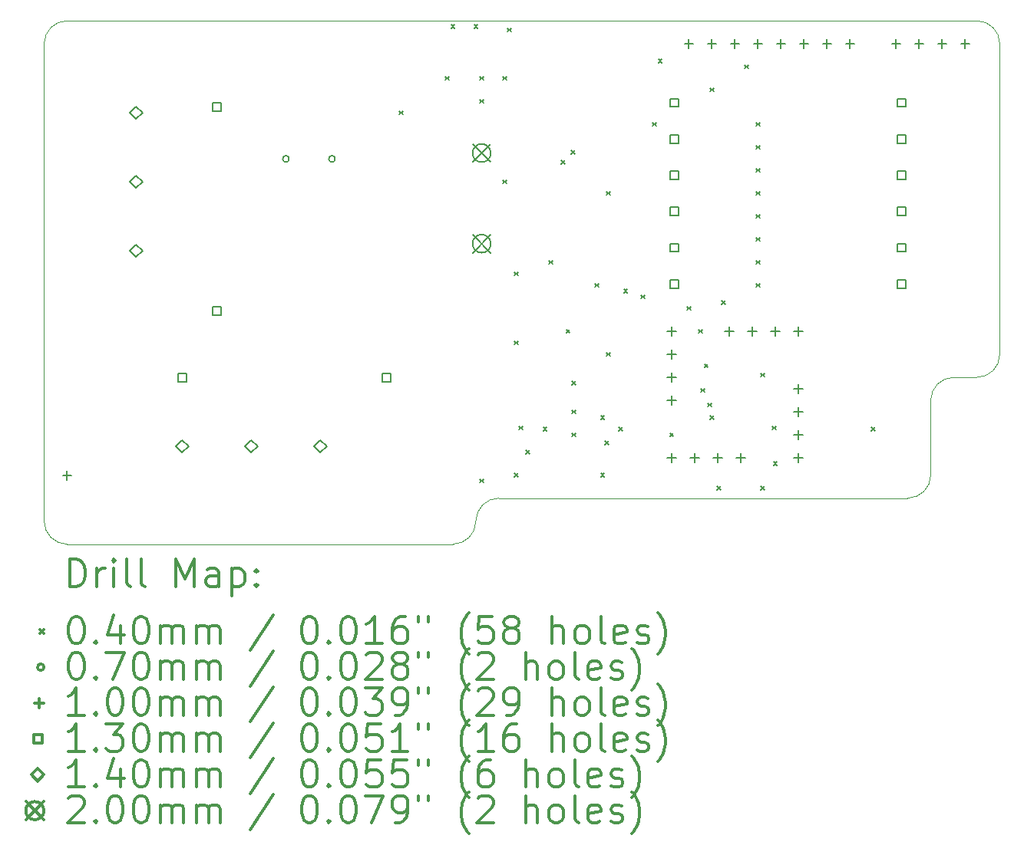
<source format=gbr>
%FSLAX45Y45*%
G04 Gerber Fmt 4.5, Leading zero omitted, Abs format (unit mm)*
G04 Created by KiCad (PCBNEW 5.1.5) date 2020-04-03 19:56:20*
%MOMM*%
%LPD*%
G04 APERTURE LIST*
%TA.AperFunction,Profile*%
%ADD10C,0.050000*%
%TD*%
%ADD11C,0.200000*%
%ADD12C,0.300000*%
G04 APERTURE END LIST*
D10*
X1778000Y-10350500D02*
X1778000Y-5080000D01*
X6286500Y-10604500D02*
X2032000Y-10604500D01*
X11303000Y-10096500D02*
X6794500Y-10096500D01*
X11557000Y-9017000D02*
X11557000Y-9842500D01*
X12065000Y-8763000D02*
X11811000Y-8763000D01*
X12319000Y-5080000D02*
X12319000Y-8509000D01*
X2032000Y-4826000D02*
X12065000Y-4826000D01*
X1778000Y-5080000D02*
G75*
G02X2032000Y-4826000I254000J0D01*
G01*
X2032000Y-10604500D02*
G75*
G02X1778000Y-10350500I0J254000D01*
G01*
X6540500Y-10350500D02*
G75*
G02X6286500Y-10604500I-254000J0D01*
G01*
X6540500Y-10350500D02*
G75*
G02X6794500Y-10096500I254000J0D01*
G01*
X11557000Y-9842500D02*
G75*
G02X11303000Y-10096500I-254000J0D01*
G01*
X11557000Y-9017000D02*
G75*
G02X11811000Y-8763000I254000J0D01*
G01*
X12319000Y-8509000D02*
G75*
G02X12065000Y-8763000I-254000J0D01*
G01*
X12065000Y-4826000D02*
G75*
G02X12319000Y-5080000I0J-254000D01*
G01*
D11*
X5695000Y-5822000D02*
X5735000Y-5862000D01*
X5735000Y-5822000D02*
X5695000Y-5862000D01*
X6203000Y-5441000D02*
X6243000Y-5481000D01*
X6243000Y-5441000D02*
X6203000Y-5481000D01*
X6266500Y-4869500D02*
X6306500Y-4909500D01*
X6306500Y-4869500D02*
X6266500Y-4909500D01*
X6520500Y-4869500D02*
X6560500Y-4909500D01*
X6560500Y-4869500D02*
X6520500Y-4909500D01*
X6584000Y-5441000D02*
X6624000Y-5481000D01*
X6624000Y-5441000D02*
X6584000Y-5481000D01*
X6584000Y-5695000D02*
X6624000Y-5735000D01*
X6624000Y-5695000D02*
X6584000Y-5735000D01*
X6584000Y-9886000D02*
X6624000Y-9926000D01*
X6624000Y-9886000D02*
X6584000Y-9926000D01*
X6838000Y-5441000D02*
X6878000Y-5481000D01*
X6878000Y-5441000D02*
X6838000Y-5481000D01*
X6838000Y-6584000D02*
X6878000Y-6624000D01*
X6878000Y-6584000D02*
X6838000Y-6624000D01*
X6888800Y-4907600D02*
X6928800Y-4947600D01*
X6928800Y-4907600D02*
X6888800Y-4947600D01*
X6965000Y-7600000D02*
X7005000Y-7640000D01*
X7005000Y-7600000D02*
X6965000Y-7640000D01*
X6965000Y-8362000D02*
X7005000Y-8402000D01*
X7005000Y-8362000D02*
X6965000Y-8402000D01*
X6965000Y-9822500D02*
X7005000Y-9862500D01*
X7005000Y-9822500D02*
X6965000Y-9862500D01*
X7015800Y-9301800D02*
X7055800Y-9341800D01*
X7055800Y-9301800D02*
X7015800Y-9341800D01*
X7092000Y-9568500D02*
X7132000Y-9608500D01*
X7132000Y-9568500D02*
X7092000Y-9608500D01*
X7282500Y-9314500D02*
X7322500Y-9354500D01*
X7322500Y-9314500D02*
X7282500Y-9354500D01*
X7346000Y-7473000D02*
X7386000Y-7513000D01*
X7386000Y-7473000D02*
X7346000Y-7513000D01*
X7484050Y-6366450D02*
X7524050Y-6406450D01*
X7524050Y-6366450D02*
X7484050Y-6406450D01*
X7536500Y-8235000D02*
X7576500Y-8275000D01*
X7576500Y-8235000D02*
X7536500Y-8275000D01*
X7592000Y-6258500D02*
X7632000Y-6298500D01*
X7632000Y-6258500D02*
X7592000Y-6298500D01*
X7600000Y-8806500D02*
X7640000Y-8846500D01*
X7640000Y-8806500D02*
X7600000Y-8846500D01*
X7600000Y-9124000D02*
X7640000Y-9164000D01*
X7640000Y-9124000D02*
X7600000Y-9164000D01*
X7600000Y-9378000D02*
X7640000Y-9418000D01*
X7640000Y-9378000D02*
X7600000Y-9418000D01*
X7854000Y-7727000D02*
X7894000Y-7767000D01*
X7894000Y-7727000D02*
X7854000Y-7767000D01*
X7917500Y-9187500D02*
X7957500Y-9227500D01*
X7957500Y-9187500D02*
X7917500Y-9227500D01*
X7917500Y-9822500D02*
X7957500Y-9862500D01*
X7957500Y-9822500D02*
X7917500Y-9862500D01*
X7965500Y-9463000D02*
X8005500Y-9503000D01*
X8005500Y-9463000D02*
X7965500Y-9503000D01*
X7981000Y-6711000D02*
X8021000Y-6751000D01*
X8021000Y-6711000D02*
X7981000Y-6751000D01*
X7981000Y-8489000D02*
X8021000Y-8529000D01*
X8021000Y-8489000D02*
X7981000Y-8529000D01*
X8114000Y-9314500D02*
X8154000Y-9354500D01*
X8154000Y-9314500D02*
X8114000Y-9354500D01*
X8171500Y-7790500D02*
X8211500Y-7830500D01*
X8211500Y-7790500D02*
X8171500Y-7830500D01*
X8362000Y-7854000D02*
X8402000Y-7894000D01*
X8402000Y-7854000D02*
X8362000Y-7894000D01*
X8489000Y-5949000D02*
X8529000Y-5989000D01*
X8529000Y-5949000D02*
X8489000Y-5989000D01*
X8552500Y-5250500D02*
X8592500Y-5290500D01*
X8592500Y-5250500D02*
X8552500Y-5290500D01*
X8679500Y-9378000D02*
X8719500Y-9418000D01*
X8719500Y-9378000D02*
X8679500Y-9418000D01*
X8870000Y-7981000D02*
X8910000Y-8021000D01*
X8910000Y-7981000D02*
X8870000Y-8021000D01*
X8997000Y-8235000D02*
X9037000Y-8275000D01*
X9037000Y-8235000D02*
X8997000Y-8275000D01*
X9022400Y-8886000D02*
X9062400Y-8926000D01*
X9062400Y-8886000D02*
X9022400Y-8926000D01*
X9060500Y-8616000D02*
X9100500Y-8656000D01*
X9100500Y-8616000D02*
X9060500Y-8656000D01*
X9098600Y-9047800D02*
X9138600Y-9087800D01*
X9138600Y-9047800D02*
X9098600Y-9087800D01*
X9124000Y-5568000D02*
X9164000Y-5608000D01*
X9164000Y-5568000D02*
X9124000Y-5608000D01*
X9124000Y-9187500D02*
X9164000Y-9227500D01*
X9164000Y-9187500D02*
X9124000Y-9227500D01*
X9200200Y-9967500D02*
X9240200Y-10007500D01*
X9240200Y-9967500D02*
X9200200Y-10007500D01*
X9251000Y-7917500D02*
X9291000Y-7957500D01*
X9291000Y-7917500D02*
X9251000Y-7957500D01*
X9505000Y-5314000D02*
X9545000Y-5354000D01*
X9545000Y-5314000D02*
X9505000Y-5354000D01*
X9632000Y-5949000D02*
X9672000Y-5989000D01*
X9672000Y-5949000D02*
X9632000Y-5989000D01*
X9632000Y-6203000D02*
X9672000Y-6243000D01*
X9672000Y-6203000D02*
X9632000Y-6243000D01*
X9632000Y-6457000D02*
X9672000Y-6497000D01*
X9672000Y-6457000D02*
X9632000Y-6497000D01*
X9632000Y-6711000D02*
X9672000Y-6751000D01*
X9672000Y-6711000D02*
X9632000Y-6751000D01*
X9632000Y-6965000D02*
X9672000Y-7005000D01*
X9672000Y-6965000D02*
X9632000Y-7005000D01*
X9632000Y-7219000D02*
X9672000Y-7259000D01*
X9672000Y-7219000D02*
X9632000Y-7259000D01*
X9632000Y-7473000D02*
X9672000Y-7513000D01*
X9672000Y-7473000D02*
X9632000Y-7513000D01*
X9632000Y-7727000D02*
X9672000Y-7767000D01*
X9672000Y-7727000D02*
X9632000Y-7767000D01*
X9682800Y-8717600D02*
X9722800Y-8757600D01*
X9722800Y-8717600D02*
X9682800Y-8757600D01*
X9682800Y-9967500D02*
X9722800Y-10007500D01*
X9722800Y-9967500D02*
X9682800Y-10007500D01*
X9809800Y-9301800D02*
X9849800Y-9341800D01*
X9849800Y-9301800D02*
X9809800Y-9341800D01*
X9822500Y-9695500D02*
X9862500Y-9735500D01*
X9862500Y-9695500D02*
X9822500Y-9735500D01*
X10902000Y-9314500D02*
X10942000Y-9354500D01*
X10942000Y-9314500D02*
X10902000Y-9354500D01*
X4480000Y-6350000D02*
G75*
G03X4480000Y-6350000I-35000J0D01*
G01*
X4988000Y-6350000D02*
G75*
G03X4988000Y-6350000I-35000J0D01*
G01*
X8699500Y-8205000D02*
X8699500Y-8305000D01*
X8649500Y-8255000D02*
X8749500Y-8255000D01*
X8699500Y-8459000D02*
X8699500Y-8559000D01*
X8649500Y-8509000D02*
X8749500Y-8509000D01*
X8699500Y-8713000D02*
X8699500Y-8813000D01*
X8649500Y-8763000D02*
X8749500Y-8763000D01*
X8699500Y-8967000D02*
X8699500Y-9067000D01*
X8649500Y-9017000D02*
X8749500Y-9017000D01*
X9334500Y-8205000D02*
X9334500Y-8305000D01*
X9284500Y-8255000D02*
X9384500Y-8255000D01*
X9588500Y-8205000D02*
X9588500Y-8305000D01*
X9538500Y-8255000D02*
X9638500Y-8255000D01*
X9842500Y-8205000D02*
X9842500Y-8305000D01*
X9792500Y-8255000D02*
X9892500Y-8255000D01*
X10096500Y-8205000D02*
X10096500Y-8305000D01*
X10046500Y-8255000D02*
X10146500Y-8255000D01*
X8890000Y-5030000D02*
X8890000Y-5130000D01*
X8840000Y-5080000D02*
X8940000Y-5080000D01*
X9144000Y-5030000D02*
X9144000Y-5130000D01*
X9094000Y-5080000D02*
X9194000Y-5080000D01*
X9398000Y-5030000D02*
X9398000Y-5130000D01*
X9348000Y-5080000D02*
X9448000Y-5080000D01*
X9652000Y-5030000D02*
X9652000Y-5130000D01*
X9602000Y-5080000D02*
X9702000Y-5080000D01*
X9906000Y-5030000D02*
X9906000Y-5130000D01*
X9856000Y-5080000D02*
X9956000Y-5080000D01*
X10160000Y-5030000D02*
X10160000Y-5130000D01*
X10110000Y-5080000D02*
X10210000Y-5080000D01*
X10414000Y-5030000D02*
X10414000Y-5130000D01*
X10364000Y-5080000D02*
X10464000Y-5080000D01*
X10668000Y-5030000D02*
X10668000Y-5130000D01*
X10618000Y-5080000D02*
X10718000Y-5080000D01*
X8699500Y-9602000D02*
X8699500Y-9702000D01*
X8649500Y-9652000D02*
X8749500Y-9652000D01*
X8953500Y-9602000D02*
X8953500Y-9702000D01*
X8903500Y-9652000D02*
X9003500Y-9652000D01*
X9207500Y-9602000D02*
X9207500Y-9702000D01*
X9157500Y-9652000D02*
X9257500Y-9652000D01*
X9461500Y-9602000D02*
X9461500Y-9702000D01*
X9411500Y-9652000D02*
X9511500Y-9652000D01*
X10096500Y-8840000D02*
X10096500Y-8940000D01*
X10046500Y-8890000D02*
X10146500Y-8890000D01*
X10096500Y-9094000D02*
X10096500Y-9194000D01*
X10046500Y-9144000D02*
X10146500Y-9144000D01*
X10096500Y-9348000D02*
X10096500Y-9448000D01*
X10046500Y-9398000D02*
X10146500Y-9398000D01*
X10096500Y-9602000D02*
X10096500Y-9702000D01*
X10046500Y-9652000D02*
X10146500Y-9652000D01*
X11176000Y-5030000D02*
X11176000Y-5130000D01*
X11126000Y-5080000D02*
X11226000Y-5080000D01*
X11430000Y-5030000D02*
X11430000Y-5130000D01*
X11380000Y-5080000D02*
X11480000Y-5080000D01*
X11684000Y-5030000D02*
X11684000Y-5130000D01*
X11634000Y-5080000D02*
X11734000Y-5080000D01*
X11938000Y-5030000D02*
X11938000Y-5130000D01*
X11888000Y-5080000D02*
X11988000Y-5080000D01*
X2032000Y-9792500D02*
X2032000Y-9892500D01*
X1982000Y-9842500D02*
X2082000Y-9842500D01*
X3347962Y-8808962D02*
X3347962Y-8717038D01*
X3256038Y-8717038D01*
X3256038Y-8808962D01*
X3347962Y-8808962D01*
X5597962Y-8808962D02*
X5597962Y-8717038D01*
X5506038Y-8717038D01*
X5506038Y-8808962D01*
X5597962Y-8808962D01*
X8778962Y-5776962D02*
X8778962Y-5685038D01*
X8687038Y-5685038D01*
X8687038Y-5776962D01*
X8778962Y-5776962D01*
X8778962Y-6176962D02*
X8778962Y-6085038D01*
X8687038Y-6085038D01*
X8687038Y-6176962D01*
X8778962Y-6176962D01*
X8778962Y-6576962D02*
X8778962Y-6485038D01*
X8687038Y-6485038D01*
X8687038Y-6576962D01*
X8778962Y-6576962D01*
X8778962Y-6976962D02*
X8778962Y-6885038D01*
X8687038Y-6885038D01*
X8687038Y-6976962D01*
X8778962Y-6976962D01*
X8778962Y-7376962D02*
X8778962Y-7285038D01*
X8687038Y-7285038D01*
X8687038Y-7376962D01*
X8778962Y-7376962D01*
X8778962Y-7776962D02*
X8778962Y-7685038D01*
X8687038Y-7685038D01*
X8687038Y-7776962D01*
X8778962Y-7776962D01*
X11278962Y-5776962D02*
X11278962Y-5685038D01*
X11187038Y-5685038D01*
X11187038Y-5776962D01*
X11278962Y-5776962D01*
X11278962Y-6176962D02*
X11278962Y-6085038D01*
X11187038Y-6085038D01*
X11187038Y-6176962D01*
X11278962Y-6176962D01*
X11278962Y-6576962D02*
X11278962Y-6485038D01*
X11187038Y-6485038D01*
X11187038Y-6576962D01*
X11278962Y-6576962D01*
X11278962Y-6976962D02*
X11278962Y-6885038D01*
X11187038Y-6885038D01*
X11187038Y-6976962D01*
X11278962Y-6976962D01*
X11278962Y-7376962D02*
X11278962Y-7285038D01*
X11187038Y-7285038D01*
X11187038Y-7376962D01*
X11278962Y-7376962D01*
X11278962Y-7776962D02*
X11278962Y-7685038D01*
X11187038Y-7685038D01*
X11187038Y-7776962D01*
X11278962Y-7776962D01*
X3728962Y-5824462D02*
X3728962Y-5732538D01*
X3637038Y-5732538D01*
X3637038Y-5824462D01*
X3728962Y-5824462D01*
X3728962Y-8074462D02*
X3728962Y-7982538D01*
X3637038Y-7982538D01*
X3637038Y-8074462D01*
X3728962Y-8074462D01*
X2794000Y-5912000D02*
X2864000Y-5842000D01*
X2794000Y-5772000D01*
X2724000Y-5842000D01*
X2794000Y-5912000D01*
X2794000Y-6674000D02*
X2864000Y-6604000D01*
X2794000Y-6534000D01*
X2724000Y-6604000D01*
X2794000Y-6674000D01*
X2794000Y-7436000D02*
X2864000Y-7366000D01*
X2794000Y-7296000D01*
X2724000Y-7366000D01*
X2794000Y-7436000D01*
X3302000Y-9595000D02*
X3372000Y-9525000D01*
X3302000Y-9455000D01*
X3232000Y-9525000D01*
X3302000Y-9595000D01*
X4064000Y-9595000D02*
X4134000Y-9525000D01*
X4064000Y-9455000D01*
X3994000Y-9525000D01*
X4064000Y-9595000D01*
X4826000Y-9595000D02*
X4896000Y-9525000D01*
X4826000Y-9455000D01*
X4756000Y-9525000D01*
X4826000Y-9595000D01*
X6504000Y-6186500D02*
X6704000Y-6386500D01*
X6704000Y-6186500D02*
X6504000Y-6386500D01*
X6704000Y-6286500D02*
G75*
G03X6704000Y-6286500I-100000J0D01*
G01*
X6504000Y-7186500D02*
X6704000Y-7386500D01*
X6704000Y-7186500D02*
X6504000Y-7386500D01*
X6704000Y-7286500D02*
G75*
G03X6704000Y-7286500I-100000J0D01*
G01*
D12*
X2061928Y-11072714D02*
X2061928Y-10772714D01*
X2133357Y-10772714D01*
X2176214Y-10787000D01*
X2204786Y-10815572D01*
X2219071Y-10844143D01*
X2233357Y-10901286D01*
X2233357Y-10944143D01*
X2219071Y-11001286D01*
X2204786Y-11029857D01*
X2176214Y-11058429D01*
X2133357Y-11072714D01*
X2061928Y-11072714D01*
X2361928Y-11072714D02*
X2361928Y-10872714D01*
X2361928Y-10929857D02*
X2376214Y-10901286D01*
X2390500Y-10887000D01*
X2419071Y-10872714D01*
X2447643Y-10872714D01*
X2547643Y-11072714D02*
X2547643Y-10872714D01*
X2547643Y-10772714D02*
X2533357Y-10787000D01*
X2547643Y-10801286D01*
X2561928Y-10787000D01*
X2547643Y-10772714D01*
X2547643Y-10801286D01*
X2733357Y-11072714D02*
X2704786Y-11058429D01*
X2690500Y-11029857D01*
X2690500Y-10772714D01*
X2890500Y-11072714D02*
X2861928Y-11058429D01*
X2847643Y-11029857D01*
X2847643Y-10772714D01*
X3233357Y-11072714D02*
X3233357Y-10772714D01*
X3333357Y-10987000D01*
X3433357Y-10772714D01*
X3433357Y-11072714D01*
X3704786Y-11072714D02*
X3704786Y-10915572D01*
X3690500Y-10887000D01*
X3661928Y-10872714D01*
X3604786Y-10872714D01*
X3576214Y-10887000D01*
X3704786Y-11058429D02*
X3676214Y-11072714D01*
X3604786Y-11072714D01*
X3576214Y-11058429D01*
X3561928Y-11029857D01*
X3561928Y-11001286D01*
X3576214Y-10972714D01*
X3604786Y-10958429D01*
X3676214Y-10958429D01*
X3704786Y-10944143D01*
X3847643Y-10872714D02*
X3847643Y-11172714D01*
X3847643Y-10887000D02*
X3876214Y-10872714D01*
X3933357Y-10872714D01*
X3961928Y-10887000D01*
X3976214Y-10901286D01*
X3990500Y-10929857D01*
X3990500Y-11015572D01*
X3976214Y-11044143D01*
X3961928Y-11058429D01*
X3933357Y-11072714D01*
X3876214Y-11072714D01*
X3847643Y-11058429D01*
X4119071Y-11044143D02*
X4133357Y-11058429D01*
X4119071Y-11072714D01*
X4104786Y-11058429D01*
X4119071Y-11044143D01*
X4119071Y-11072714D01*
X4119071Y-10887000D02*
X4133357Y-10901286D01*
X4119071Y-10915572D01*
X4104786Y-10901286D01*
X4119071Y-10887000D01*
X4119071Y-10915572D01*
X1735500Y-11547000D02*
X1775500Y-11587000D01*
X1775500Y-11547000D02*
X1735500Y-11587000D01*
X2119071Y-11402714D02*
X2147643Y-11402714D01*
X2176214Y-11417000D01*
X2190500Y-11431286D01*
X2204786Y-11459857D01*
X2219071Y-11517000D01*
X2219071Y-11588429D01*
X2204786Y-11645571D01*
X2190500Y-11674143D01*
X2176214Y-11688429D01*
X2147643Y-11702714D01*
X2119071Y-11702714D01*
X2090500Y-11688429D01*
X2076214Y-11674143D01*
X2061928Y-11645571D01*
X2047643Y-11588429D01*
X2047643Y-11517000D01*
X2061928Y-11459857D01*
X2076214Y-11431286D01*
X2090500Y-11417000D01*
X2119071Y-11402714D01*
X2347643Y-11674143D02*
X2361928Y-11688429D01*
X2347643Y-11702714D01*
X2333357Y-11688429D01*
X2347643Y-11674143D01*
X2347643Y-11702714D01*
X2619071Y-11502714D02*
X2619071Y-11702714D01*
X2547643Y-11388429D02*
X2476214Y-11602714D01*
X2661928Y-11602714D01*
X2833357Y-11402714D02*
X2861928Y-11402714D01*
X2890500Y-11417000D01*
X2904786Y-11431286D01*
X2919071Y-11459857D01*
X2933357Y-11517000D01*
X2933357Y-11588429D01*
X2919071Y-11645571D01*
X2904786Y-11674143D01*
X2890500Y-11688429D01*
X2861928Y-11702714D01*
X2833357Y-11702714D01*
X2804786Y-11688429D01*
X2790500Y-11674143D01*
X2776214Y-11645571D01*
X2761928Y-11588429D01*
X2761928Y-11517000D01*
X2776214Y-11459857D01*
X2790500Y-11431286D01*
X2804786Y-11417000D01*
X2833357Y-11402714D01*
X3061928Y-11702714D02*
X3061928Y-11502714D01*
X3061928Y-11531286D02*
X3076214Y-11517000D01*
X3104786Y-11502714D01*
X3147643Y-11502714D01*
X3176214Y-11517000D01*
X3190500Y-11545571D01*
X3190500Y-11702714D01*
X3190500Y-11545571D02*
X3204786Y-11517000D01*
X3233357Y-11502714D01*
X3276214Y-11502714D01*
X3304786Y-11517000D01*
X3319071Y-11545571D01*
X3319071Y-11702714D01*
X3461928Y-11702714D02*
X3461928Y-11502714D01*
X3461928Y-11531286D02*
X3476214Y-11517000D01*
X3504786Y-11502714D01*
X3547643Y-11502714D01*
X3576214Y-11517000D01*
X3590500Y-11545571D01*
X3590500Y-11702714D01*
X3590500Y-11545571D02*
X3604786Y-11517000D01*
X3633357Y-11502714D01*
X3676214Y-11502714D01*
X3704786Y-11517000D01*
X3719071Y-11545571D01*
X3719071Y-11702714D01*
X4304786Y-11388429D02*
X4047643Y-11774143D01*
X4690500Y-11402714D02*
X4719071Y-11402714D01*
X4747643Y-11417000D01*
X4761928Y-11431286D01*
X4776214Y-11459857D01*
X4790500Y-11517000D01*
X4790500Y-11588429D01*
X4776214Y-11645571D01*
X4761928Y-11674143D01*
X4747643Y-11688429D01*
X4719071Y-11702714D01*
X4690500Y-11702714D01*
X4661928Y-11688429D01*
X4647643Y-11674143D01*
X4633357Y-11645571D01*
X4619071Y-11588429D01*
X4619071Y-11517000D01*
X4633357Y-11459857D01*
X4647643Y-11431286D01*
X4661928Y-11417000D01*
X4690500Y-11402714D01*
X4919071Y-11674143D02*
X4933357Y-11688429D01*
X4919071Y-11702714D01*
X4904786Y-11688429D01*
X4919071Y-11674143D01*
X4919071Y-11702714D01*
X5119071Y-11402714D02*
X5147643Y-11402714D01*
X5176214Y-11417000D01*
X5190500Y-11431286D01*
X5204786Y-11459857D01*
X5219071Y-11517000D01*
X5219071Y-11588429D01*
X5204786Y-11645571D01*
X5190500Y-11674143D01*
X5176214Y-11688429D01*
X5147643Y-11702714D01*
X5119071Y-11702714D01*
X5090500Y-11688429D01*
X5076214Y-11674143D01*
X5061928Y-11645571D01*
X5047643Y-11588429D01*
X5047643Y-11517000D01*
X5061928Y-11459857D01*
X5076214Y-11431286D01*
X5090500Y-11417000D01*
X5119071Y-11402714D01*
X5504786Y-11702714D02*
X5333357Y-11702714D01*
X5419071Y-11702714D02*
X5419071Y-11402714D01*
X5390500Y-11445571D01*
X5361928Y-11474143D01*
X5333357Y-11488429D01*
X5761928Y-11402714D02*
X5704786Y-11402714D01*
X5676214Y-11417000D01*
X5661928Y-11431286D01*
X5633357Y-11474143D01*
X5619071Y-11531286D01*
X5619071Y-11645571D01*
X5633357Y-11674143D01*
X5647643Y-11688429D01*
X5676214Y-11702714D01*
X5733357Y-11702714D01*
X5761928Y-11688429D01*
X5776214Y-11674143D01*
X5790500Y-11645571D01*
X5790500Y-11574143D01*
X5776214Y-11545571D01*
X5761928Y-11531286D01*
X5733357Y-11517000D01*
X5676214Y-11517000D01*
X5647643Y-11531286D01*
X5633357Y-11545571D01*
X5619071Y-11574143D01*
X5904786Y-11402714D02*
X5904786Y-11459857D01*
X6019071Y-11402714D02*
X6019071Y-11459857D01*
X6461928Y-11817000D02*
X6447643Y-11802714D01*
X6419071Y-11759857D01*
X6404786Y-11731286D01*
X6390500Y-11688429D01*
X6376214Y-11617000D01*
X6376214Y-11559857D01*
X6390500Y-11488429D01*
X6404786Y-11445571D01*
X6419071Y-11417000D01*
X6447643Y-11374143D01*
X6461928Y-11359857D01*
X6719071Y-11402714D02*
X6576214Y-11402714D01*
X6561928Y-11545571D01*
X6576214Y-11531286D01*
X6604786Y-11517000D01*
X6676214Y-11517000D01*
X6704786Y-11531286D01*
X6719071Y-11545571D01*
X6733357Y-11574143D01*
X6733357Y-11645571D01*
X6719071Y-11674143D01*
X6704786Y-11688429D01*
X6676214Y-11702714D01*
X6604786Y-11702714D01*
X6576214Y-11688429D01*
X6561928Y-11674143D01*
X6904786Y-11531286D02*
X6876214Y-11517000D01*
X6861928Y-11502714D01*
X6847643Y-11474143D01*
X6847643Y-11459857D01*
X6861928Y-11431286D01*
X6876214Y-11417000D01*
X6904786Y-11402714D01*
X6961928Y-11402714D01*
X6990500Y-11417000D01*
X7004786Y-11431286D01*
X7019071Y-11459857D01*
X7019071Y-11474143D01*
X7004786Y-11502714D01*
X6990500Y-11517000D01*
X6961928Y-11531286D01*
X6904786Y-11531286D01*
X6876214Y-11545571D01*
X6861928Y-11559857D01*
X6847643Y-11588429D01*
X6847643Y-11645571D01*
X6861928Y-11674143D01*
X6876214Y-11688429D01*
X6904786Y-11702714D01*
X6961928Y-11702714D01*
X6990500Y-11688429D01*
X7004786Y-11674143D01*
X7019071Y-11645571D01*
X7019071Y-11588429D01*
X7004786Y-11559857D01*
X6990500Y-11545571D01*
X6961928Y-11531286D01*
X7376214Y-11702714D02*
X7376214Y-11402714D01*
X7504786Y-11702714D02*
X7504786Y-11545571D01*
X7490500Y-11517000D01*
X7461928Y-11502714D01*
X7419071Y-11502714D01*
X7390500Y-11517000D01*
X7376214Y-11531286D01*
X7690500Y-11702714D02*
X7661928Y-11688429D01*
X7647643Y-11674143D01*
X7633357Y-11645571D01*
X7633357Y-11559857D01*
X7647643Y-11531286D01*
X7661928Y-11517000D01*
X7690500Y-11502714D01*
X7733357Y-11502714D01*
X7761928Y-11517000D01*
X7776214Y-11531286D01*
X7790500Y-11559857D01*
X7790500Y-11645571D01*
X7776214Y-11674143D01*
X7761928Y-11688429D01*
X7733357Y-11702714D01*
X7690500Y-11702714D01*
X7961928Y-11702714D02*
X7933357Y-11688429D01*
X7919071Y-11659857D01*
X7919071Y-11402714D01*
X8190500Y-11688429D02*
X8161928Y-11702714D01*
X8104786Y-11702714D01*
X8076214Y-11688429D01*
X8061928Y-11659857D01*
X8061928Y-11545571D01*
X8076214Y-11517000D01*
X8104786Y-11502714D01*
X8161928Y-11502714D01*
X8190500Y-11517000D01*
X8204786Y-11545571D01*
X8204786Y-11574143D01*
X8061928Y-11602714D01*
X8319071Y-11688429D02*
X8347643Y-11702714D01*
X8404786Y-11702714D01*
X8433357Y-11688429D01*
X8447643Y-11659857D01*
X8447643Y-11645571D01*
X8433357Y-11617000D01*
X8404786Y-11602714D01*
X8361928Y-11602714D01*
X8333357Y-11588429D01*
X8319071Y-11559857D01*
X8319071Y-11545571D01*
X8333357Y-11517000D01*
X8361928Y-11502714D01*
X8404786Y-11502714D01*
X8433357Y-11517000D01*
X8547643Y-11817000D02*
X8561928Y-11802714D01*
X8590500Y-11759857D01*
X8604786Y-11731286D01*
X8619071Y-11688429D01*
X8633357Y-11617000D01*
X8633357Y-11559857D01*
X8619071Y-11488429D01*
X8604786Y-11445571D01*
X8590500Y-11417000D01*
X8561928Y-11374143D01*
X8547643Y-11359857D01*
X1775500Y-11963000D02*
G75*
G03X1775500Y-11963000I-35000J0D01*
G01*
X2119071Y-11798714D02*
X2147643Y-11798714D01*
X2176214Y-11813000D01*
X2190500Y-11827286D01*
X2204786Y-11855857D01*
X2219071Y-11913000D01*
X2219071Y-11984429D01*
X2204786Y-12041571D01*
X2190500Y-12070143D01*
X2176214Y-12084429D01*
X2147643Y-12098714D01*
X2119071Y-12098714D01*
X2090500Y-12084429D01*
X2076214Y-12070143D01*
X2061928Y-12041571D01*
X2047643Y-11984429D01*
X2047643Y-11913000D01*
X2061928Y-11855857D01*
X2076214Y-11827286D01*
X2090500Y-11813000D01*
X2119071Y-11798714D01*
X2347643Y-12070143D02*
X2361928Y-12084429D01*
X2347643Y-12098714D01*
X2333357Y-12084429D01*
X2347643Y-12070143D01*
X2347643Y-12098714D01*
X2461928Y-11798714D02*
X2661928Y-11798714D01*
X2533357Y-12098714D01*
X2833357Y-11798714D02*
X2861928Y-11798714D01*
X2890500Y-11813000D01*
X2904786Y-11827286D01*
X2919071Y-11855857D01*
X2933357Y-11913000D01*
X2933357Y-11984429D01*
X2919071Y-12041571D01*
X2904786Y-12070143D01*
X2890500Y-12084429D01*
X2861928Y-12098714D01*
X2833357Y-12098714D01*
X2804786Y-12084429D01*
X2790500Y-12070143D01*
X2776214Y-12041571D01*
X2761928Y-11984429D01*
X2761928Y-11913000D01*
X2776214Y-11855857D01*
X2790500Y-11827286D01*
X2804786Y-11813000D01*
X2833357Y-11798714D01*
X3061928Y-12098714D02*
X3061928Y-11898714D01*
X3061928Y-11927286D02*
X3076214Y-11913000D01*
X3104786Y-11898714D01*
X3147643Y-11898714D01*
X3176214Y-11913000D01*
X3190500Y-11941571D01*
X3190500Y-12098714D01*
X3190500Y-11941571D02*
X3204786Y-11913000D01*
X3233357Y-11898714D01*
X3276214Y-11898714D01*
X3304786Y-11913000D01*
X3319071Y-11941571D01*
X3319071Y-12098714D01*
X3461928Y-12098714D02*
X3461928Y-11898714D01*
X3461928Y-11927286D02*
X3476214Y-11913000D01*
X3504786Y-11898714D01*
X3547643Y-11898714D01*
X3576214Y-11913000D01*
X3590500Y-11941571D01*
X3590500Y-12098714D01*
X3590500Y-11941571D02*
X3604786Y-11913000D01*
X3633357Y-11898714D01*
X3676214Y-11898714D01*
X3704786Y-11913000D01*
X3719071Y-11941571D01*
X3719071Y-12098714D01*
X4304786Y-11784429D02*
X4047643Y-12170143D01*
X4690500Y-11798714D02*
X4719071Y-11798714D01*
X4747643Y-11813000D01*
X4761928Y-11827286D01*
X4776214Y-11855857D01*
X4790500Y-11913000D01*
X4790500Y-11984429D01*
X4776214Y-12041571D01*
X4761928Y-12070143D01*
X4747643Y-12084429D01*
X4719071Y-12098714D01*
X4690500Y-12098714D01*
X4661928Y-12084429D01*
X4647643Y-12070143D01*
X4633357Y-12041571D01*
X4619071Y-11984429D01*
X4619071Y-11913000D01*
X4633357Y-11855857D01*
X4647643Y-11827286D01*
X4661928Y-11813000D01*
X4690500Y-11798714D01*
X4919071Y-12070143D02*
X4933357Y-12084429D01*
X4919071Y-12098714D01*
X4904786Y-12084429D01*
X4919071Y-12070143D01*
X4919071Y-12098714D01*
X5119071Y-11798714D02*
X5147643Y-11798714D01*
X5176214Y-11813000D01*
X5190500Y-11827286D01*
X5204786Y-11855857D01*
X5219071Y-11913000D01*
X5219071Y-11984429D01*
X5204786Y-12041571D01*
X5190500Y-12070143D01*
X5176214Y-12084429D01*
X5147643Y-12098714D01*
X5119071Y-12098714D01*
X5090500Y-12084429D01*
X5076214Y-12070143D01*
X5061928Y-12041571D01*
X5047643Y-11984429D01*
X5047643Y-11913000D01*
X5061928Y-11855857D01*
X5076214Y-11827286D01*
X5090500Y-11813000D01*
X5119071Y-11798714D01*
X5333357Y-11827286D02*
X5347643Y-11813000D01*
X5376214Y-11798714D01*
X5447643Y-11798714D01*
X5476214Y-11813000D01*
X5490500Y-11827286D01*
X5504786Y-11855857D01*
X5504786Y-11884429D01*
X5490500Y-11927286D01*
X5319071Y-12098714D01*
X5504786Y-12098714D01*
X5676214Y-11927286D02*
X5647643Y-11913000D01*
X5633357Y-11898714D01*
X5619071Y-11870143D01*
X5619071Y-11855857D01*
X5633357Y-11827286D01*
X5647643Y-11813000D01*
X5676214Y-11798714D01*
X5733357Y-11798714D01*
X5761928Y-11813000D01*
X5776214Y-11827286D01*
X5790500Y-11855857D01*
X5790500Y-11870143D01*
X5776214Y-11898714D01*
X5761928Y-11913000D01*
X5733357Y-11927286D01*
X5676214Y-11927286D01*
X5647643Y-11941571D01*
X5633357Y-11955857D01*
X5619071Y-11984429D01*
X5619071Y-12041571D01*
X5633357Y-12070143D01*
X5647643Y-12084429D01*
X5676214Y-12098714D01*
X5733357Y-12098714D01*
X5761928Y-12084429D01*
X5776214Y-12070143D01*
X5790500Y-12041571D01*
X5790500Y-11984429D01*
X5776214Y-11955857D01*
X5761928Y-11941571D01*
X5733357Y-11927286D01*
X5904786Y-11798714D02*
X5904786Y-11855857D01*
X6019071Y-11798714D02*
X6019071Y-11855857D01*
X6461928Y-12213000D02*
X6447643Y-12198714D01*
X6419071Y-12155857D01*
X6404786Y-12127286D01*
X6390500Y-12084429D01*
X6376214Y-12013000D01*
X6376214Y-11955857D01*
X6390500Y-11884429D01*
X6404786Y-11841571D01*
X6419071Y-11813000D01*
X6447643Y-11770143D01*
X6461928Y-11755857D01*
X6561928Y-11827286D02*
X6576214Y-11813000D01*
X6604786Y-11798714D01*
X6676214Y-11798714D01*
X6704786Y-11813000D01*
X6719071Y-11827286D01*
X6733357Y-11855857D01*
X6733357Y-11884429D01*
X6719071Y-11927286D01*
X6547643Y-12098714D01*
X6733357Y-12098714D01*
X7090500Y-12098714D02*
X7090500Y-11798714D01*
X7219071Y-12098714D02*
X7219071Y-11941571D01*
X7204786Y-11913000D01*
X7176214Y-11898714D01*
X7133357Y-11898714D01*
X7104786Y-11913000D01*
X7090500Y-11927286D01*
X7404786Y-12098714D02*
X7376214Y-12084429D01*
X7361928Y-12070143D01*
X7347643Y-12041571D01*
X7347643Y-11955857D01*
X7361928Y-11927286D01*
X7376214Y-11913000D01*
X7404786Y-11898714D01*
X7447643Y-11898714D01*
X7476214Y-11913000D01*
X7490500Y-11927286D01*
X7504786Y-11955857D01*
X7504786Y-12041571D01*
X7490500Y-12070143D01*
X7476214Y-12084429D01*
X7447643Y-12098714D01*
X7404786Y-12098714D01*
X7676214Y-12098714D02*
X7647643Y-12084429D01*
X7633357Y-12055857D01*
X7633357Y-11798714D01*
X7904786Y-12084429D02*
X7876214Y-12098714D01*
X7819071Y-12098714D01*
X7790500Y-12084429D01*
X7776214Y-12055857D01*
X7776214Y-11941571D01*
X7790500Y-11913000D01*
X7819071Y-11898714D01*
X7876214Y-11898714D01*
X7904786Y-11913000D01*
X7919071Y-11941571D01*
X7919071Y-11970143D01*
X7776214Y-11998714D01*
X8033357Y-12084429D02*
X8061928Y-12098714D01*
X8119071Y-12098714D01*
X8147643Y-12084429D01*
X8161928Y-12055857D01*
X8161928Y-12041571D01*
X8147643Y-12013000D01*
X8119071Y-11998714D01*
X8076214Y-11998714D01*
X8047643Y-11984429D01*
X8033357Y-11955857D01*
X8033357Y-11941571D01*
X8047643Y-11913000D01*
X8076214Y-11898714D01*
X8119071Y-11898714D01*
X8147643Y-11913000D01*
X8261928Y-12213000D02*
X8276214Y-12198714D01*
X8304786Y-12155857D01*
X8319071Y-12127286D01*
X8333357Y-12084429D01*
X8347643Y-12013000D01*
X8347643Y-11955857D01*
X8333357Y-11884429D01*
X8319071Y-11841571D01*
X8304786Y-11813000D01*
X8276214Y-11770143D01*
X8261928Y-11755857D01*
X1725500Y-12309000D02*
X1725500Y-12409000D01*
X1675500Y-12359000D02*
X1775500Y-12359000D01*
X2219071Y-12494714D02*
X2047643Y-12494714D01*
X2133357Y-12494714D02*
X2133357Y-12194714D01*
X2104786Y-12237571D01*
X2076214Y-12266143D01*
X2047643Y-12280429D01*
X2347643Y-12466143D02*
X2361928Y-12480429D01*
X2347643Y-12494714D01*
X2333357Y-12480429D01*
X2347643Y-12466143D01*
X2347643Y-12494714D01*
X2547643Y-12194714D02*
X2576214Y-12194714D01*
X2604786Y-12209000D01*
X2619071Y-12223286D01*
X2633357Y-12251857D01*
X2647643Y-12309000D01*
X2647643Y-12380429D01*
X2633357Y-12437571D01*
X2619071Y-12466143D01*
X2604786Y-12480429D01*
X2576214Y-12494714D01*
X2547643Y-12494714D01*
X2519071Y-12480429D01*
X2504786Y-12466143D01*
X2490500Y-12437571D01*
X2476214Y-12380429D01*
X2476214Y-12309000D01*
X2490500Y-12251857D01*
X2504786Y-12223286D01*
X2519071Y-12209000D01*
X2547643Y-12194714D01*
X2833357Y-12194714D02*
X2861928Y-12194714D01*
X2890500Y-12209000D01*
X2904786Y-12223286D01*
X2919071Y-12251857D01*
X2933357Y-12309000D01*
X2933357Y-12380429D01*
X2919071Y-12437571D01*
X2904786Y-12466143D01*
X2890500Y-12480429D01*
X2861928Y-12494714D01*
X2833357Y-12494714D01*
X2804786Y-12480429D01*
X2790500Y-12466143D01*
X2776214Y-12437571D01*
X2761928Y-12380429D01*
X2761928Y-12309000D01*
X2776214Y-12251857D01*
X2790500Y-12223286D01*
X2804786Y-12209000D01*
X2833357Y-12194714D01*
X3061928Y-12494714D02*
X3061928Y-12294714D01*
X3061928Y-12323286D02*
X3076214Y-12309000D01*
X3104786Y-12294714D01*
X3147643Y-12294714D01*
X3176214Y-12309000D01*
X3190500Y-12337571D01*
X3190500Y-12494714D01*
X3190500Y-12337571D02*
X3204786Y-12309000D01*
X3233357Y-12294714D01*
X3276214Y-12294714D01*
X3304786Y-12309000D01*
X3319071Y-12337571D01*
X3319071Y-12494714D01*
X3461928Y-12494714D02*
X3461928Y-12294714D01*
X3461928Y-12323286D02*
X3476214Y-12309000D01*
X3504786Y-12294714D01*
X3547643Y-12294714D01*
X3576214Y-12309000D01*
X3590500Y-12337571D01*
X3590500Y-12494714D01*
X3590500Y-12337571D02*
X3604786Y-12309000D01*
X3633357Y-12294714D01*
X3676214Y-12294714D01*
X3704786Y-12309000D01*
X3719071Y-12337571D01*
X3719071Y-12494714D01*
X4304786Y-12180429D02*
X4047643Y-12566143D01*
X4690500Y-12194714D02*
X4719071Y-12194714D01*
X4747643Y-12209000D01*
X4761928Y-12223286D01*
X4776214Y-12251857D01*
X4790500Y-12309000D01*
X4790500Y-12380429D01*
X4776214Y-12437571D01*
X4761928Y-12466143D01*
X4747643Y-12480429D01*
X4719071Y-12494714D01*
X4690500Y-12494714D01*
X4661928Y-12480429D01*
X4647643Y-12466143D01*
X4633357Y-12437571D01*
X4619071Y-12380429D01*
X4619071Y-12309000D01*
X4633357Y-12251857D01*
X4647643Y-12223286D01*
X4661928Y-12209000D01*
X4690500Y-12194714D01*
X4919071Y-12466143D02*
X4933357Y-12480429D01*
X4919071Y-12494714D01*
X4904786Y-12480429D01*
X4919071Y-12466143D01*
X4919071Y-12494714D01*
X5119071Y-12194714D02*
X5147643Y-12194714D01*
X5176214Y-12209000D01*
X5190500Y-12223286D01*
X5204786Y-12251857D01*
X5219071Y-12309000D01*
X5219071Y-12380429D01*
X5204786Y-12437571D01*
X5190500Y-12466143D01*
X5176214Y-12480429D01*
X5147643Y-12494714D01*
X5119071Y-12494714D01*
X5090500Y-12480429D01*
X5076214Y-12466143D01*
X5061928Y-12437571D01*
X5047643Y-12380429D01*
X5047643Y-12309000D01*
X5061928Y-12251857D01*
X5076214Y-12223286D01*
X5090500Y-12209000D01*
X5119071Y-12194714D01*
X5319071Y-12194714D02*
X5504786Y-12194714D01*
X5404786Y-12309000D01*
X5447643Y-12309000D01*
X5476214Y-12323286D01*
X5490500Y-12337571D01*
X5504786Y-12366143D01*
X5504786Y-12437571D01*
X5490500Y-12466143D01*
X5476214Y-12480429D01*
X5447643Y-12494714D01*
X5361928Y-12494714D01*
X5333357Y-12480429D01*
X5319071Y-12466143D01*
X5647643Y-12494714D02*
X5704786Y-12494714D01*
X5733357Y-12480429D01*
X5747643Y-12466143D01*
X5776214Y-12423286D01*
X5790500Y-12366143D01*
X5790500Y-12251857D01*
X5776214Y-12223286D01*
X5761928Y-12209000D01*
X5733357Y-12194714D01*
X5676214Y-12194714D01*
X5647643Y-12209000D01*
X5633357Y-12223286D01*
X5619071Y-12251857D01*
X5619071Y-12323286D01*
X5633357Y-12351857D01*
X5647643Y-12366143D01*
X5676214Y-12380429D01*
X5733357Y-12380429D01*
X5761928Y-12366143D01*
X5776214Y-12351857D01*
X5790500Y-12323286D01*
X5904786Y-12194714D02*
X5904786Y-12251857D01*
X6019071Y-12194714D02*
X6019071Y-12251857D01*
X6461928Y-12609000D02*
X6447643Y-12594714D01*
X6419071Y-12551857D01*
X6404786Y-12523286D01*
X6390500Y-12480429D01*
X6376214Y-12409000D01*
X6376214Y-12351857D01*
X6390500Y-12280429D01*
X6404786Y-12237571D01*
X6419071Y-12209000D01*
X6447643Y-12166143D01*
X6461928Y-12151857D01*
X6561928Y-12223286D02*
X6576214Y-12209000D01*
X6604786Y-12194714D01*
X6676214Y-12194714D01*
X6704786Y-12209000D01*
X6719071Y-12223286D01*
X6733357Y-12251857D01*
X6733357Y-12280429D01*
X6719071Y-12323286D01*
X6547643Y-12494714D01*
X6733357Y-12494714D01*
X6876214Y-12494714D02*
X6933357Y-12494714D01*
X6961928Y-12480429D01*
X6976214Y-12466143D01*
X7004786Y-12423286D01*
X7019071Y-12366143D01*
X7019071Y-12251857D01*
X7004786Y-12223286D01*
X6990500Y-12209000D01*
X6961928Y-12194714D01*
X6904786Y-12194714D01*
X6876214Y-12209000D01*
X6861928Y-12223286D01*
X6847643Y-12251857D01*
X6847643Y-12323286D01*
X6861928Y-12351857D01*
X6876214Y-12366143D01*
X6904786Y-12380429D01*
X6961928Y-12380429D01*
X6990500Y-12366143D01*
X7004786Y-12351857D01*
X7019071Y-12323286D01*
X7376214Y-12494714D02*
X7376214Y-12194714D01*
X7504786Y-12494714D02*
X7504786Y-12337571D01*
X7490500Y-12309000D01*
X7461928Y-12294714D01*
X7419071Y-12294714D01*
X7390500Y-12309000D01*
X7376214Y-12323286D01*
X7690500Y-12494714D02*
X7661928Y-12480429D01*
X7647643Y-12466143D01*
X7633357Y-12437571D01*
X7633357Y-12351857D01*
X7647643Y-12323286D01*
X7661928Y-12309000D01*
X7690500Y-12294714D01*
X7733357Y-12294714D01*
X7761928Y-12309000D01*
X7776214Y-12323286D01*
X7790500Y-12351857D01*
X7790500Y-12437571D01*
X7776214Y-12466143D01*
X7761928Y-12480429D01*
X7733357Y-12494714D01*
X7690500Y-12494714D01*
X7961928Y-12494714D02*
X7933357Y-12480429D01*
X7919071Y-12451857D01*
X7919071Y-12194714D01*
X8190500Y-12480429D02*
X8161928Y-12494714D01*
X8104786Y-12494714D01*
X8076214Y-12480429D01*
X8061928Y-12451857D01*
X8061928Y-12337571D01*
X8076214Y-12309000D01*
X8104786Y-12294714D01*
X8161928Y-12294714D01*
X8190500Y-12309000D01*
X8204786Y-12337571D01*
X8204786Y-12366143D01*
X8061928Y-12394714D01*
X8319071Y-12480429D02*
X8347643Y-12494714D01*
X8404786Y-12494714D01*
X8433357Y-12480429D01*
X8447643Y-12451857D01*
X8447643Y-12437571D01*
X8433357Y-12409000D01*
X8404786Y-12394714D01*
X8361928Y-12394714D01*
X8333357Y-12380429D01*
X8319071Y-12351857D01*
X8319071Y-12337571D01*
X8333357Y-12309000D01*
X8361928Y-12294714D01*
X8404786Y-12294714D01*
X8433357Y-12309000D01*
X8547643Y-12609000D02*
X8561928Y-12594714D01*
X8590500Y-12551857D01*
X8604786Y-12523286D01*
X8619071Y-12480429D01*
X8633357Y-12409000D01*
X8633357Y-12351857D01*
X8619071Y-12280429D01*
X8604786Y-12237571D01*
X8590500Y-12209000D01*
X8561928Y-12166143D01*
X8547643Y-12151857D01*
X1756462Y-12800962D02*
X1756462Y-12709038D01*
X1664537Y-12709038D01*
X1664537Y-12800962D01*
X1756462Y-12800962D01*
X2219071Y-12890714D02*
X2047643Y-12890714D01*
X2133357Y-12890714D02*
X2133357Y-12590714D01*
X2104786Y-12633571D01*
X2076214Y-12662143D01*
X2047643Y-12676429D01*
X2347643Y-12862143D02*
X2361928Y-12876429D01*
X2347643Y-12890714D01*
X2333357Y-12876429D01*
X2347643Y-12862143D01*
X2347643Y-12890714D01*
X2461928Y-12590714D02*
X2647643Y-12590714D01*
X2547643Y-12705000D01*
X2590500Y-12705000D01*
X2619071Y-12719286D01*
X2633357Y-12733571D01*
X2647643Y-12762143D01*
X2647643Y-12833571D01*
X2633357Y-12862143D01*
X2619071Y-12876429D01*
X2590500Y-12890714D01*
X2504786Y-12890714D01*
X2476214Y-12876429D01*
X2461928Y-12862143D01*
X2833357Y-12590714D02*
X2861928Y-12590714D01*
X2890500Y-12605000D01*
X2904786Y-12619286D01*
X2919071Y-12647857D01*
X2933357Y-12705000D01*
X2933357Y-12776429D01*
X2919071Y-12833571D01*
X2904786Y-12862143D01*
X2890500Y-12876429D01*
X2861928Y-12890714D01*
X2833357Y-12890714D01*
X2804786Y-12876429D01*
X2790500Y-12862143D01*
X2776214Y-12833571D01*
X2761928Y-12776429D01*
X2761928Y-12705000D01*
X2776214Y-12647857D01*
X2790500Y-12619286D01*
X2804786Y-12605000D01*
X2833357Y-12590714D01*
X3061928Y-12890714D02*
X3061928Y-12690714D01*
X3061928Y-12719286D02*
X3076214Y-12705000D01*
X3104786Y-12690714D01*
X3147643Y-12690714D01*
X3176214Y-12705000D01*
X3190500Y-12733571D01*
X3190500Y-12890714D01*
X3190500Y-12733571D02*
X3204786Y-12705000D01*
X3233357Y-12690714D01*
X3276214Y-12690714D01*
X3304786Y-12705000D01*
X3319071Y-12733571D01*
X3319071Y-12890714D01*
X3461928Y-12890714D02*
X3461928Y-12690714D01*
X3461928Y-12719286D02*
X3476214Y-12705000D01*
X3504786Y-12690714D01*
X3547643Y-12690714D01*
X3576214Y-12705000D01*
X3590500Y-12733571D01*
X3590500Y-12890714D01*
X3590500Y-12733571D02*
X3604786Y-12705000D01*
X3633357Y-12690714D01*
X3676214Y-12690714D01*
X3704786Y-12705000D01*
X3719071Y-12733571D01*
X3719071Y-12890714D01*
X4304786Y-12576429D02*
X4047643Y-12962143D01*
X4690500Y-12590714D02*
X4719071Y-12590714D01*
X4747643Y-12605000D01*
X4761928Y-12619286D01*
X4776214Y-12647857D01*
X4790500Y-12705000D01*
X4790500Y-12776429D01*
X4776214Y-12833571D01*
X4761928Y-12862143D01*
X4747643Y-12876429D01*
X4719071Y-12890714D01*
X4690500Y-12890714D01*
X4661928Y-12876429D01*
X4647643Y-12862143D01*
X4633357Y-12833571D01*
X4619071Y-12776429D01*
X4619071Y-12705000D01*
X4633357Y-12647857D01*
X4647643Y-12619286D01*
X4661928Y-12605000D01*
X4690500Y-12590714D01*
X4919071Y-12862143D02*
X4933357Y-12876429D01*
X4919071Y-12890714D01*
X4904786Y-12876429D01*
X4919071Y-12862143D01*
X4919071Y-12890714D01*
X5119071Y-12590714D02*
X5147643Y-12590714D01*
X5176214Y-12605000D01*
X5190500Y-12619286D01*
X5204786Y-12647857D01*
X5219071Y-12705000D01*
X5219071Y-12776429D01*
X5204786Y-12833571D01*
X5190500Y-12862143D01*
X5176214Y-12876429D01*
X5147643Y-12890714D01*
X5119071Y-12890714D01*
X5090500Y-12876429D01*
X5076214Y-12862143D01*
X5061928Y-12833571D01*
X5047643Y-12776429D01*
X5047643Y-12705000D01*
X5061928Y-12647857D01*
X5076214Y-12619286D01*
X5090500Y-12605000D01*
X5119071Y-12590714D01*
X5490500Y-12590714D02*
X5347643Y-12590714D01*
X5333357Y-12733571D01*
X5347643Y-12719286D01*
X5376214Y-12705000D01*
X5447643Y-12705000D01*
X5476214Y-12719286D01*
X5490500Y-12733571D01*
X5504786Y-12762143D01*
X5504786Y-12833571D01*
X5490500Y-12862143D01*
X5476214Y-12876429D01*
X5447643Y-12890714D01*
X5376214Y-12890714D01*
X5347643Y-12876429D01*
X5333357Y-12862143D01*
X5790500Y-12890714D02*
X5619071Y-12890714D01*
X5704786Y-12890714D02*
X5704786Y-12590714D01*
X5676214Y-12633571D01*
X5647643Y-12662143D01*
X5619071Y-12676429D01*
X5904786Y-12590714D02*
X5904786Y-12647857D01*
X6019071Y-12590714D02*
X6019071Y-12647857D01*
X6461928Y-13005000D02*
X6447643Y-12990714D01*
X6419071Y-12947857D01*
X6404786Y-12919286D01*
X6390500Y-12876429D01*
X6376214Y-12805000D01*
X6376214Y-12747857D01*
X6390500Y-12676429D01*
X6404786Y-12633571D01*
X6419071Y-12605000D01*
X6447643Y-12562143D01*
X6461928Y-12547857D01*
X6733357Y-12890714D02*
X6561928Y-12890714D01*
X6647643Y-12890714D02*
X6647643Y-12590714D01*
X6619071Y-12633571D01*
X6590500Y-12662143D01*
X6561928Y-12676429D01*
X6990500Y-12590714D02*
X6933357Y-12590714D01*
X6904786Y-12605000D01*
X6890500Y-12619286D01*
X6861928Y-12662143D01*
X6847643Y-12719286D01*
X6847643Y-12833571D01*
X6861928Y-12862143D01*
X6876214Y-12876429D01*
X6904786Y-12890714D01*
X6961928Y-12890714D01*
X6990500Y-12876429D01*
X7004786Y-12862143D01*
X7019071Y-12833571D01*
X7019071Y-12762143D01*
X7004786Y-12733571D01*
X6990500Y-12719286D01*
X6961928Y-12705000D01*
X6904786Y-12705000D01*
X6876214Y-12719286D01*
X6861928Y-12733571D01*
X6847643Y-12762143D01*
X7376214Y-12890714D02*
X7376214Y-12590714D01*
X7504786Y-12890714D02*
X7504786Y-12733571D01*
X7490500Y-12705000D01*
X7461928Y-12690714D01*
X7419071Y-12690714D01*
X7390500Y-12705000D01*
X7376214Y-12719286D01*
X7690500Y-12890714D02*
X7661928Y-12876429D01*
X7647643Y-12862143D01*
X7633357Y-12833571D01*
X7633357Y-12747857D01*
X7647643Y-12719286D01*
X7661928Y-12705000D01*
X7690500Y-12690714D01*
X7733357Y-12690714D01*
X7761928Y-12705000D01*
X7776214Y-12719286D01*
X7790500Y-12747857D01*
X7790500Y-12833571D01*
X7776214Y-12862143D01*
X7761928Y-12876429D01*
X7733357Y-12890714D01*
X7690500Y-12890714D01*
X7961928Y-12890714D02*
X7933357Y-12876429D01*
X7919071Y-12847857D01*
X7919071Y-12590714D01*
X8190500Y-12876429D02*
X8161928Y-12890714D01*
X8104786Y-12890714D01*
X8076214Y-12876429D01*
X8061928Y-12847857D01*
X8061928Y-12733571D01*
X8076214Y-12705000D01*
X8104786Y-12690714D01*
X8161928Y-12690714D01*
X8190500Y-12705000D01*
X8204786Y-12733571D01*
X8204786Y-12762143D01*
X8061928Y-12790714D01*
X8319071Y-12876429D02*
X8347643Y-12890714D01*
X8404786Y-12890714D01*
X8433357Y-12876429D01*
X8447643Y-12847857D01*
X8447643Y-12833571D01*
X8433357Y-12805000D01*
X8404786Y-12790714D01*
X8361928Y-12790714D01*
X8333357Y-12776429D01*
X8319071Y-12747857D01*
X8319071Y-12733571D01*
X8333357Y-12705000D01*
X8361928Y-12690714D01*
X8404786Y-12690714D01*
X8433357Y-12705000D01*
X8547643Y-13005000D02*
X8561928Y-12990714D01*
X8590500Y-12947857D01*
X8604786Y-12919286D01*
X8619071Y-12876429D01*
X8633357Y-12805000D01*
X8633357Y-12747857D01*
X8619071Y-12676429D01*
X8604786Y-12633571D01*
X8590500Y-12605000D01*
X8561928Y-12562143D01*
X8547643Y-12547857D01*
X1705500Y-13221000D02*
X1775500Y-13151000D01*
X1705500Y-13081000D01*
X1635500Y-13151000D01*
X1705500Y-13221000D01*
X2219071Y-13286714D02*
X2047643Y-13286714D01*
X2133357Y-13286714D02*
X2133357Y-12986714D01*
X2104786Y-13029571D01*
X2076214Y-13058143D01*
X2047643Y-13072429D01*
X2347643Y-13258143D02*
X2361928Y-13272429D01*
X2347643Y-13286714D01*
X2333357Y-13272429D01*
X2347643Y-13258143D01*
X2347643Y-13286714D01*
X2619071Y-13086714D02*
X2619071Y-13286714D01*
X2547643Y-12972429D02*
X2476214Y-13186714D01*
X2661928Y-13186714D01*
X2833357Y-12986714D02*
X2861928Y-12986714D01*
X2890500Y-13001000D01*
X2904786Y-13015286D01*
X2919071Y-13043857D01*
X2933357Y-13101000D01*
X2933357Y-13172429D01*
X2919071Y-13229571D01*
X2904786Y-13258143D01*
X2890500Y-13272429D01*
X2861928Y-13286714D01*
X2833357Y-13286714D01*
X2804786Y-13272429D01*
X2790500Y-13258143D01*
X2776214Y-13229571D01*
X2761928Y-13172429D01*
X2761928Y-13101000D01*
X2776214Y-13043857D01*
X2790500Y-13015286D01*
X2804786Y-13001000D01*
X2833357Y-12986714D01*
X3061928Y-13286714D02*
X3061928Y-13086714D01*
X3061928Y-13115286D02*
X3076214Y-13101000D01*
X3104786Y-13086714D01*
X3147643Y-13086714D01*
X3176214Y-13101000D01*
X3190500Y-13129571D01*
X3190500Y-13286714D01*
X3190500Y-13129571D02*
X3204786Y-13101000D01*
X3233357Y-13086714D01*
X3276214Y-13086714D01*
X3304786Y-13101000D01*
X3319071Y-13129571D01*
X3319071Y-13286714D01*
X3461928Y-13286714D02*
X3461928Y-13086714D01*
X3461928Y-13115286D02*
X3476214Y-13101000D01*
X3504786Y-13086714D01*
X3547643Y-13086714D01*
X3576214Y-13101000D01*
X3590500Y-13129571D01*
X3590500Y-13286714D01*
X3590500Y-13129571D02*
X3604786Y-13101000D01*
X3633357Y-13086714D01*
X3676214Y-13086714D01*
X3704786Y-13101000D01*
X3719071Y-13129571D01*
X3719071Y-13286714D01*
X4304786Y-12972429D02*
X4047643Y-13358143D01*
X4690500Y-12986714D02*
X4719071Y-12986714D01*
X4747643Y-13001000D01*
X4761928Y-13015286D01*
X4776214Y-13043857D01*
X4790500Y-13101000D01*
X4790500Y-13172429D01*
X4776214Y-13229571D01*
X4761928Y-13258143D01*
X4747643Y-13272429D01*
X4719071Y-13286714D01*
X4690500Y-13286714D01*
X4661928Y-13272429D01*
X4647643Y-13258143D01*
X4633357Y-13229571D01*
X4619071Y-13172429D01*
X4619071Y-13101000D01*
X4633357Y-13043857D01*
X4647643Y-13015286D01*
X4661928Y-13001000D01*
X4690500Y-12986714D01*
X4919071Y-13258143D02*
X4933357Y-13272429D01*
X4919071Y-13286714D01*
X4904786Y-13272429D01*
X4919071Y-13258143D01*
X4919071Y-13286714D01*
X5119071Y-12986714D02*
X5147643Y-12986714D01*
X5176214Y-13001000D01*
X5190500Y-13015286D01*
X5204786Y-13043857D01*
X5219071Y-13101000D01*
X5219071Y-13172429D01*
X5204786Y-13229571D01*
X5190500Y-13258143D01*
X5176214Y-13272429D01*
X5147643Y-13286714D01*
X5119071Y-13286714D01*
X5090500Y-13272429D01*
X5076214Y-13258143D01*
X5061928Y-13229571D01*
X5047643Y-13172429D01*
X5047643Y-13101000D01*
X5061928Y-13043857D01*
X5076214Y-13015286D01*
X5090500Y-13001000D01*
X5119071Y-12986714D01*
X5490500Y-12986714D02*
X5347643Y-12986714D01*
X5333357Y-13129571D01*
X5347643Y-13115286D01*
X5376214Y-13101000D01*
X5447643Y-13101000D01*
X5476214Y-13115286D01*
X5490500Y-13129571D01*
X5504786Y-13158143D01*
X5504786Y-13229571D01*
X5490500Y-13258143D01*
X5476214Y-13272429D01*
X5447643Y-13286714D01*
X5376214Y-13286714D01*
X5347643Y-13272429D01*
X5333357Y-13258143D01*
X5776214Y-12986714D02*
X5633357Y-12986714D01*
X5619071Y-13129571D01*
X5633357Y-13115286D01*
X5661928Y-13101000D01*
X5733357Y-13101000D01*
X5761928Y-13115286D01*
X5776214Y-13129571D01*
X5790500Y-13158143D01*
X5790500Y-13229571D01*
X5776214Y-13258143D01*
X5761928Y-13272429D01*
X5733357Y-13286714D01*
X5661928Y-13286714D01*
X5633357Y-13272429D01*
X5619071Y-13258143D01*
X5904786Y-12986714D02*
X5904786Y-13043857D01*
X6019071Y-12986714D02*
X6019071Y-13043857D01*
X6461928Y-13401000D02*
X6447643Y-13386714D01*
X6419071Y-13343857D01*
X6404786Y-13315286D01*
X6390500Y-13272429D01*
X6376214Y-13201000D01*
X6376214Y-13143857D01*
X6390500Y-13072429D01*
X6404786Y-13029571D01*
X6419071Y-13001000D01*
X6447643Y-12958143D01*
X6461928Y-12943857D01*
X6704786Y-12986714D02*
X6647643Y-12986714D01*
X6619071Y-13001000D01*
X6604786Y-13015286D01*
X6576214Y-13058143D01*
X6561928Y-13115286D01*
X6561928Y-13229571D01*
X6576214Y-13258143D01*
X6590500Y-13272429D01*
X6619071Y-13286714D01*
X6676214Y-13286714D01*
X6704786Y-13272429D01*
X6719071Y-13258143D01*
X6733357Y-13229571D01*
X6733357Y-13158143D01*
X6719071Y-13129571D01*
X6704786Y-13115286D01*
X6676214Y-13101000D01*
X6619071Y-13101000D01*
X6590500Y-13115286D01*
X6576214Y-13129571D01*
X6561928Y-13158143D01*
X7090500Y-13286714D02*
X7090500Y-12986714D01*
X7219071Y-13286714D02*
X7219071Y-13129571D01*
X7204786Y-13101000D01*
X7176214Y-13086714D01*
X7133357Y-13086714D01*
X7104786Y-13101000D01*
X7090500Y-13115286D01*
X7404786Y-13286714D02*
X7376214Y-13272429D01*
X7361928Y-13258143D01*
X7347643Y-13229571D01*
X7347643Y-13143857D01*
X7361928Y-13115286D01*
X7376214Y-13101000D01*
X7404786Y-13086714D01*
X7447643Y-13086714D01*
X7476214Y-13101000D01*
X7490500Y-13115286D01*
X7504786Y-13143857D01*
X7504786Y-13229571D01*
X7490500Y-13258143D01*
X7476214Y-13272429D01*
X7447643Y-13286714D01*
X7404786Y-13286714D01*
X7676214Y-13286714D02*
X7647643Y-13272429D01*
X7633357Y-13243857D01*
X7633357Y-12986714D01*
X7904786Y-13272429D02*
X7876214Y-13286714D01*
X7819071Y-13286714D01*
X7790500Y-13272429D01*
X7776214Y-13243857D01*
X7776214Y-13129571D01*
X7790500Y-13101000D01*
X7819071Y-13086714D01*
X7876214Y-13086714D01*
X7904786Y-13101000D01*
X7919071Y-13129571D01*
X7919071Y-13158143D01*
X7776214Y-13186714D01*
X8033357Y-13272429D02*
X8061928Y-13286714D01*
X8119071Y-13286714D01*
X8147643Y-13272429D01*
X8161928Y-13243857D01*
X8161928Y-13229571D01*
X8147643Y-13201000D01*
X8119071Y-13186714D01*
X8076214Y-13186714D01*
X8047643Y-13172429D01*
X8033357Y-13143857D01*
X8033357Y-13129571D01*
X8047643Y-13101000D01*
X8076214Y-13086714D01*
X8119071Y-13086714D01*
X8147643Y-13101000D01*
X8261928Y-13401000D02*
X8276214Y-13386714D01*
X8304786Y-13343857D01*
X8319071Y-13315286D01*
X8333357Y-13272429D01*
X8347643Y-13201000D01*
X8347643Y-13143857D01*
X8333357Y-13072429D01*
X8319071Y-13029571D01*
X8304786Y-13001000D01*
X8276214Y-12958143D01*
X8261928Y-12943857D01*
X1575500Y-13447000D02*
X1775500Y-13647000D01*
X1775500Y-13447000D02*
X1575500Y-13647000D01*
X1775500Y-13547000D02*
G75*
G03X1775500Y-13547000I-100000J0D01*
G01*
X2047643Y-13411286D02*
X2061928Y-13397000D01*
X2090500Y-13382714D01*
X2161928Y-13382714D01*
X2190500Y-13397000D01*
X2204786Y-13411286D01*
X2219071Y-13439857D01*
X2219071Y-13468429D01*
X2204786Y-13511286D01*
X2033357Y-13682714D01*
X2219071Y-13682714D01*
X2347643Y-13654143D02*
X2361928Y-13668429D01*
X2347643Y-13682714D01*
X2333357Y-13668429D01*
X2347643Y-13654143D01*
X2347643Y-13682714D01*
X2547643Y-13382714D02*
X2576214Y-13382714D01*
X2604786Y-13397000D01*
X2619071Y-13411286D01*
X2633357Y-13439857D01*
X2647643Y-13497000D01*
X2647643Y-13568429D01*
X2633357Y-13625571D01*
X2619071Y-13654143D01*
X2604786Y-13668429D01*
X2576214Y-13682714D01*
X2547643Y-13682714D01*
X2519071Y-13668429D01*
X2504786Y-13654143D01*
X2490500Y-13625571D01*
X2476214Y-13568429D01*
X2476214Y-13497000D01*
X2490500Y-13439857D01*
X2504786Y-13411286D01*
X2519071Y-13397000D01*
X2547643Y-13382714D01*
X2833357Y-13382714D02*
X2861928Y-13382714D01*
X2890500Y-13397000D01*
X2904786Y-13411286D01*
X2919071Y-13439857D01*
X2933357Y-13497000D01*
X2933357Y-13568429D01*
X2919071Y-13625571D01*
X2904786Y-13654143D01*
X2890500Y-13668429D01*
X2861928Y-13682714D01*
X2833357Y-13682714D01*
X2804786Y-13668429D01*
X2790500Y-13654143D01*
X2776214Y-13625571D01*
X2761928Y-13568429D01*
X2761928Y-13497000D01*
X2776214Y-13439857D01*
X2790500Y-13411286D01*
X2804786Y-13397000D01*
X2833357Y-13382714D01*
X3061928Y-13682714D02*
X3061928Y-13482714D01*
X3061928Y-13511286D02*
X3076214Y-13497000D01*
X3104786Y-13482714D01*
X3147643Y-13482714D01*
X3176214Y-13497000D01*
X3190500Y-13525571D01*
X3190500Y-13682714D01*
X3190500Y-13525571D02*
X3204786Y-13497000D01*
X3233357Y-13482714D01*
X3276214Y-13482714D01*
X3304786Y-13497000D01*
X3319071Y-13525571D01*
X3319071Y-13682714D01*
X3461928Y-13682714D02*
X3461928Y-13482714D01*
X3461928Y-13511286D02*
X3476214Y-13497000D01*
X3504786Y-13482714D01*
X3547643Y-13482714D01*
X3576214Y-13497000D01*
X3590500Y-13525571D01*
X3590500Y-13682714D01*
X3590500Y-13525571D02*
X3604786Y-13497000D01*
X3633357Y-13482714D01*
X3676214Y-13482714D01*
X3704786Y-13497000D01*
X3719071Y-13525571D01*
X3719071Y-13682714D01*
X4304786Y-13368429D02*
X4047643Y-13754143D01*
X4690500Y-13382714D02*
X4719071Y-13382714D01*
X4747643Y-13397000D01*
X4761928Y-13411286D01*
X4776214Y-13439857D01*
X4790500Y-13497000D01*
X4790500Y-13568429D01*
X4776214Y-13625571D01*
X4761928Y-13654143D01*
X4747643Y-13668429D01*
X4719071Y-13682714D01*
X4690500Y-13682714D01*
X4661928Y-13668429D01*
X4647643Y-13654143D01*
X4633357Y-13625571D01*
X4619071Y-13568429D01*
X4619071Y-13497000D01*
X4633357Y-13439857D01*
X4647643Y-13411286D01*
X4661928Y-13397000D01*
X4690500Y-13382714D01*
X4919071Y-13654143D02*
X4933357Y-13668429D01*
X4919071Y-13682714D01*
X4904786Y-13668429D01*
X4919071Y-13654143D01*
X4919071Y-13682714D01*
X5119071Y-13382714D02*
X5147643Y-13382714D01*
X5176214Y-13397000D01*
X5190500Y-13411286D01*
X5204786Y-13439857D01*
X5219071Y-13497000D01*
X5219071Y-13568429D01*
X5204786Y-13625571D01*
X5190500Y-13654143D01*
X5176214Y-13668429D01*
X5147643Y-13682714D01*
X5119071Y-13682714D01*
X5090500Y-13668429D01*
X5076214Y-13654143D01*
X5061928Y-13625571D01*
X5047643Y-13568429D01*
X5047643Y-13497000D01*
X5061928Y-13439857D01*
X5076214Y-13411286D01*
X5090500Y-13397000D01*
X5119071Y-13382714D01*
X5319071Y-13382714D02*
X5519071Y-13382714D01*
X5390500Y-13682714D01*
X5647643Y-13682714D02*
X5704786Y-13682714D01*
X5733357Y-13668429D01*
X5747643Y-13654143D01*
X5776214Y-13611286D01*
X5790500Y-13554143D01*
X5790500Y-13439857D01*
X5776214Y-13411286D01*
X5761928Y-13397000D01*
X5733357Y-13382714D01*
X5676214Y-13382714D01*
X5647643Y-13397000D01*
X5633357Y-13411286D01*
X5619071Y-13439857D01*
X5619071Y-13511286D01*
X5633357Y-13539857D01*
X5647643Y-13554143D01*
X5676214Y-13568429D01*
X5733357Y-13568429D01*
X5761928Y-13554143D01*
X5776214Y-13539857D01*
X5790500Y-13511286D01*
X5904786Y-13382714D02*
X5904786Y-13439857D01*
X6019071Y-13382714D02*
X6019071Y-13439857D01*
X6461928Y-13797000D02*
X6447643Y-13782714D01*
X6419071Y-13739857D01*
X6404786Y-13711286D01*
X6390500Y-13668429D01*
X6376214Y-13597000D01*
X6376214Y-13539857D01*
X6390500Y-13468429D01*
X6404786Y-13425571D01*
X6419071Y-13397000D01*
X6447643Y-13354143D01*
X6461928Y-13339857D01*
X6561928Y-13411286D02*
X6576214Y-13397000D01*
X6604786Y-13382714D01*
X6676214Y-13382714D01*
X6704786Y-13397000D01*
X6719071Y-13411286D01*
X6733357Y-13439857D01*
X6733357Y-13468429D01*
X6719071Y-13511286D01*
X6547643Y-13682714D01*
X6733357Y-13682714D01*
X7090500Y-13682714D02*
X7090500Y-13382714D01*
X7219071Y-13682714D02*
X7219071Y-13525571D01*
X7204786Y-13497000D01*
X7176214Y-13482714D01*
X7133357Y-13482714D01*
X7104786Y-13497000D01*
X7090500Y-13511286D01*
X7404786Y-13682714D02*
X7376214Y-13668429D01*
X7361928Y-13654143D01*
X7347643Y-13625571D01*
X7347643Y-13539857D01*
X7361928Y-13511286D01*
X7376214Y-13497000D01*
X7404786Y-13482714D01*
X7447643Y-13482714D01*
X7476214Y-13497000D01*
X7490500Y-13511286D01*
X7504786Y-13539857D01*
X7504786Y-13625571D01*
X7490500Y-13654143D01*
X7476214Y-13668429D01*
X7447643Y-13682714D01*
X7404786Y-13682714D01*
X7676214Y-13682714D02*
X7647643Y-13668429D01*
X7633357Y-13639857D01*
X7633357Y-13382714D01*
X7904786Y-13668429D02*
X7876214Y-13682714D01*
X7819071Y-13682714D01*
X7790500Y-13668429D01*
X7776214Y-13639857D01*
X7776214Y-13525571D01*
X7790500Y-13497000D01*
X7819071Y-13482714D01*
X7876214Y-13482714D01*
X7904786Y-13497000D01*
X7919071Y-13525571D01*
X7919071Y-13554143D01*
X7776214Y-13582714D01*
X8033357Y-13668429D02*
X8061928Y-13682714D01*
X8119071Y-13682714D01*
X8147643Y-13668429D01*
X8161928Y-13639857D01*
X8161928Y-13625571D01*
X8147643Y-13597000D01*
X8119071Y-13582714D01*
X8076214Y-13582714D01*
X8047643Y-13568429D01*
X8033357Y-13539857D01*
X8033357Y-13525571D01*
X8047643Y-13497000D01*
X8076214Y-13482714D01*
X8119071Y-13482714D01*
X8147643Y-13497000D01*
X8261928Y-13797000D02*
X8276214Y-13782714D01*
X8304786Y-13739857D01*
X8319071Y-13711286D01*
X8333357Y-13668429D01*
X8347643Y-13597000D01*
X8347643Y-13539857D01*
X8333357Y-13468429D01*
X8319071Y-13425571D01*
X8304786Y-13397000D01*
X8276214Y-13354143D01*
X8261928Y-13339857D01*
M02*

</source>
